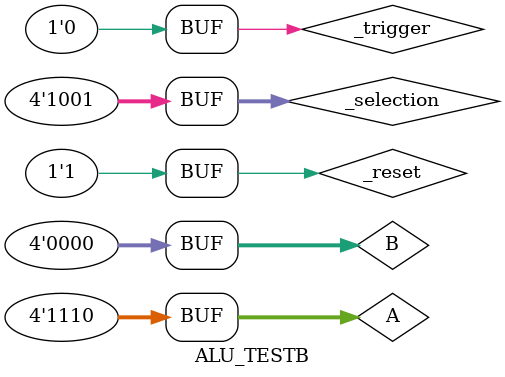
<source format=sv>
module ALU_TESTB;
	
	
	parameter N = 4;
	
	reg _trigger;
	reg _reset;
	reg [N-1:0] A;
	reg [N-1:0] B;
	reg [3:0] _selection;
	
	wire Negative;
	wire Zero;
	wire CarryOut;
	wire Overflow;
	wire [N-1:0] _Result;
	wire [3:0] oper;
	
	ALU #(.M(N)) Alu_TEST(
		.A(A),
		.B(B),
		._triggerer(_trigger),
		.reset(_reset),
		.ALU__Selection(_selection),
		.CarryOut(CarryOut),
		.Zero(Zero),
		.Negative(Negative),
		.Overflow(Overflow),
		.ALU_Out(_Result)  //Requiere que la ALU tenga un output
	);
	
	
	initial begin
	
		//Case 1  Sum
		_selection = 4'b0000;
		A = 4'b1010;
		B = 4'b0111;
		
		_reset = 1'b0;
		_trigger = 1'b1;
		#40;
		_reset = 1'b1;
		_trigger = 1'b0;
		#40;
		
		_selection = 4'b0000;
		A = 4'b1111;
		B = 4'b1111;
		
		_reset = 1'b0;
		_trigger = 1'b1;
		#40;
		_reset = 1'b1;
		_trigger = 1'b0;
		#40;
		
		
		//Case 2  _Resett
		_selection = 4'b0001;
		A = 4'b1010;
		B = 4'b0111;
		
		_reset = 1'b0;
		_trigger = 1'b1;
		#40;
		_reset = 1'b1;
		_trigger = 1'b0;
		#40;
		
		_selection = 4'b0001;
		A = 4'b1110;
		B = 4'b0011;

		_reset = 1'b0;
		_trigger = 1'b1;
		#40;
		_reset = 1'b1;
		_trigger = 1'b0;
		#40;
		
		//Case 3  Mult
		_selection = 4'b0010;
		A = 4'b0010;
		B = 4'b0010;

		_reset = 1'b0;
		_trigger = 1'b1;
		#40;
		_reset = 1'b1;
		_trigger = 1'b0;
		#40;
		
		_selection = 4'b0010;
		A = 4'b0011;
		B = 4'b0001;

		_reset = 1'b0;
		_trigger = 1'b1;
		#40;
		_reset = 1'b1;
		_trigger = 1'b0;
		#40;
		
		//Case 4  Div
		_selection = 4'b0011;
		A = 4'b0011;
		B = 4'b0011;

		_reset = 1'b0;
		_trigger = 1'b1;
		#40;
		_reset = 1'b1;
		_trigger = 1'b0;
		#40;
		
		_selection = 4'b0011;
		A = 4'b0101;
		B = 4'b0011;

		_reset = 1'b0;
		_trigger = 1'b1;
		#40;
		_reset = 1'b1;
		_trigger = 1'b0;
		#40;
		
		//Case 5 - Modulo
		_selection = 4'b0100;
		A = 4'b0011;
		B = 4'b0011;
		
		_reset = 1'b0;
		_trigger = 1'b1;
		#40;
		_reset = 1'b1;
		_trigger = 1'b0;
		#40;
		
		_selection = 4'b0100;
		A = 4'b0101;
		B = 4'b0011;
		
		_reset = 1'b0;
		_trigger = 1'b1;
		#40;
		_reset = 1'b1;
		_trigger = 1'b0;
		#40;
		
		//Case 6  AND
		_selection = 4'b0101;
		A = 4'b1010;
		B = 4'b0111;
		
		_reset = 1'b0;
		_trigger = 1'b1;
		#40;
		_reset = 1'b1;
		_trigger = 1'b0;
		#40;
		
		_selection = 4'b0101;
		A = 4'b1110;
		B = 4'b0101;
		
		_reset = 1'b0;
		_trigger = 1'b1;
		#40;
		_reset = 1'b1;
		_trigger = 1'b0;
		#40;
		
		
		//Case 7  OR
		_selection = 4'b0110;
		A = 4'b1010;
		B = 4'b0111;
		
		_reset = 1'b0;
		_trigger = 1'b1;
		#40;
		_reset = 1'b1;
		_trigger = 1'b0;
		#40;
		
		_selection = 4'b0110;
		A = 4'b1110;
		B = 4'b0101;
		
		_reset = 1'b0;
		_trigger = 1'b1;
		#40;
		_reset = 1'b1;
		_trigger = 1'b0;
		#40;
		
		
		//Case 8  XOR
		_selection = 4'b0111;
		A = 4'b1010;
		B = 4'b0111;
		
		_reset = 1'b0;
		_trigger = 1'b1;
		#40;
		_reset = 1'b1;
		_trigger = 1'b0;
		#40;
		
		_selection = 4'b0111;
		A = 4'b1110;
		B = 4'b0011;
		
		_reset = 1'b0;
		_trigger = 1'b1;
		#40;
		_reset = 1'b1;
		_trigger = 1'b0;
		#40;
		
	
		//Case 9  Sft left
		_selection = 4'b1000;
		A = 4'b1010;
		B = 4'b0000;
		
		_reset = 1'b0;
		_trigger = 1'b1;
		#40;
		_reset = 1'b1;
		_trigger = 1'b0;
		#40;
		
		_selection = 4'b1000;
		A = 4'b0110;
		B = 4'b0000;
		
		_reset = 1'b0;
		_trigger = 1'b1;
		#40;
		_reset = 1'b1;
		_trigger = 1'b0;
		#40;
		
		
		//Case 10 - Sft Right
		_selection = 4'b1001;
		A = 4'b1010;
		B = 4'b0000;
		
		_reset = 1'b0;
		_trigger = 1'b1;
		#40;
		_reset = 1'b1;
		_trigger = 1'b0;
		#40;
		
		_selection = 4'b1001;
		A = 4'b1110;
		B = 4'b0000;
		
		_reset = 1'b0;
		_trigger = 1'b1;
		#40;
		_reset = 1'b1;
		_trigger = 1'b0;
		#40;
		
		end
    
endmodule
</source>
